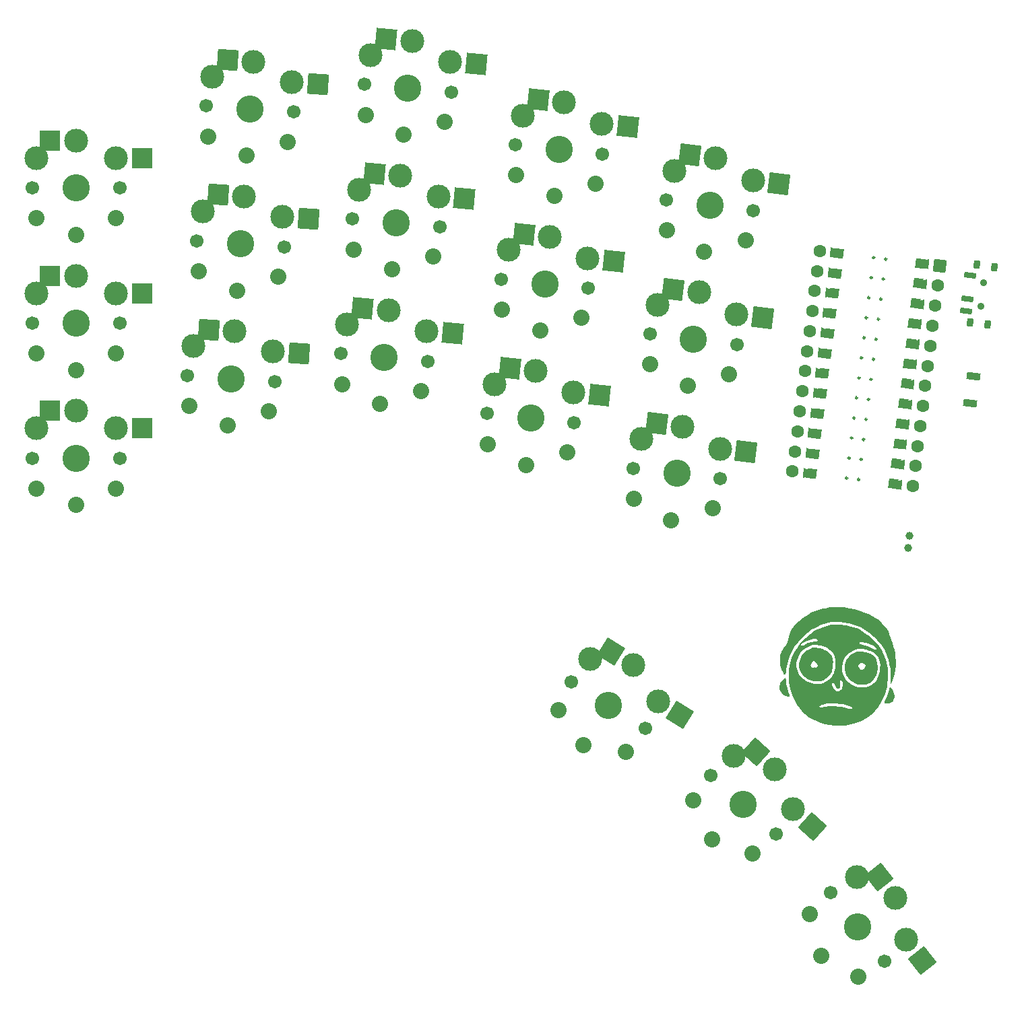
<source format=gbr>
%TF.GenerationSoftware,KiCad,Pcbnew,(6.0.10)*%
%TF.CreationDate,2022-12-29T01:24:59+02:00*%
%TF.ProjectId,fudim,66756469-6d2e-46b6-9963-61645f706362,v1.0.0*%
%TF.SameCoordinates,Original*%
%TF.FileFunction,Soldermask,Bot*%
%TF.FilePolarity,Negative*%
%FSLAX46Y46*%
G04 Gerber Fmt 4.6, Leading zero omitted, Abs format (unit mm)*
G04 Created by KiCad (PCBNEW (6.0.10)) date 2022-12-29 01:24:59*
%MOMM*%
%LPD*%
G01*
G04 APERTURE LIST*
G04 Aperture macros list*
%AMRotRect*
0 Rectangle, with rotation*
0 The origin of the aperture is its center*
0 $1 length*
0 $2 width*
0 $3 Rotation angle, in degrees counterclockwise*
0 Add horizontal line*
21,1,$1,$2,0,0,$3*%
%AMFreePoly0*
4,1,6,0.600000,0.200000,0.000000,-0.400000,-0.600000,0.200000,-0.600000,0.400000,0.600000,0.400000,0.600000,0.200000,0.600000,0.200000,$1*%
%AMFreePoly1*
4,1,6,0.600000,-0.250000,-0.600000,-0.250000,-0.600000,1.000000,0.000000,0.400000,0.600000,1.000000,0.600000,-0.250000,0.600000,-0.250000,$1*%
G04 Aperture macros list end*
%ADD10C,0.250000*%
%ADD11C,0.100000*%
%ADD12C,1.000000*%
%ADD13C,1.701800*%
%ADD14C,3.429000*%
%ADD15C,3.000000*%
%ADD16RotRect,2.600000X2.600000X318.000000*%
%ADD17C,2.032000*%
%ADD18RotRect,2.600000X2.600000X308.000000*%
%ADD19FreePoly0,263.000000*%
%ADD20FreePoly0,83.000000*%
%ADD21C,1.600000*%
%ADD22RotRect,1.600000X1.600000X263.000000*%
%ADD23FreePoly1,83.000000*%
%ADD24FreePoly1,263.000000*%
%ADD25RotRect,2.600000X2.600000X353.000000*%
%ADD26RotRect,2.600000X2.600000X354.000000*%
%ADD27RotRect,0.900000X1.700000X263.000000*%
%ADD28R,2.600000X2.600000*%
%ADD29RotRect,2.600000X2.600000X356.000000*%
%ADD30RotRect,2.600000X2.600000X355.000000*%
%ADD31RotRect,1.000000X0.800000X83.000000*%
%ADD32C,0.900000*%
%ADD33RotRect,0.700000X1.500000X83.000000*%
%ADD34RotRect,2.600000X2.600000X328.000000*%
G04 APERTURE END LIST*
D10*
%TO.C,MCU1*%
X117439257Y17668252D02*
G75*
G03*
X117439257Y17668252I-125001J0D01*
G01*
X119570993Y22524657D02*
G75*
G03*
X119570993Y22524657I-125000J0D01*
G01*
X116820160Y12626117D02*
G75*
G03*
X116820160Y12626117I-125000J0D01*
G01*
X117748805Y20189319D02*
G75*
G03*
X117748805Y20189319I-125001J0D01*
G01*
X115272419Y20781D02*
G75*
G03*
X115272419Y20781I-125000J0D01*
G01*
X115581967Y2541848D02*
G75*
G03*
X115581967Y2541848I-125000J0D01*
G01*
X115891516Y5062915D02*
G75*
G03*
X115891516Y5062915I-125000J0D01*
G01*
X118023252Y9919321D02*
G75*
G03*
X118023252Y9919321I-125000J0D01*
G01*
X114962872Y-2500286D02*
G75*
G03*
X114962872Y-2500286I-125001J0D01*
G01*
X118642348Y14961455D02*
G75*
G03*
X118642348Y14961455I-125000J0D01*
G01*
X116201065Y7583983D02*
G75*
G03*
X116201065Y7583983I-125001J0D01*
G01*
X119880541Y25045724D02*
G75*
G03*
X119880541Y25045724I-125000J0D01*
G01*
X116510612Y10105050D02*
G75*
G03*
X116510612Y10105050I-125000J0D01*
G01*
X116475511Y-2686015D02*
G75*
G03*
X116475511Y-2686015I-125000J0D01*
G01*
X118058352Y22710386D02*
G75*
G03*
X118058352Y22710386I-125000J0D01*
G01*
X119261445Y20003590D02*
G75*
G03*
X119261445Y20003590I-125000J0D01*
G01*
X116785060Y-164948D02*
G75*
G03*
X116785060Y-164948I-125000J0D01*
G01*
X117094608Y2356119D02*
G75*
G03*
X117094608Y2356119I-125000J0D01*
G01*
X118951897Y17482523D02*
G75*
G03*
X118951897Y17482523I-125001J0D01*
G01*
X117129708Y15147184D02*
G75*
G03*
X117129708Y15147184I-125000J0D01*
G01*
X117404156Y4877186D02*
G75*
G03*
X117404156Y4877186I-125000J0D01*
G01*
X118367901Y25231453D02*
G75*
G03*
X118367901Y25231453I-125000J0D01*
G01*
X118332800Y12440388D02*
G75*
G03*
X118332800Y12440388I-125000J0D01*
G01*
X117713705Y7398254D02*
G75*
G03*
X117713705Y7398254I-125001J0D01*
G01*
G36*
X123563951Y12294551D02*
G01*
X123440132Y11286124D01*
X122431705Y11409943D01*
X122555524Y12418370D01*
X123563951Y12294551D01*
G37*
D11*
X123563951Y12294551D02*
X123440132Y11286124D01*
X122431705Y11409943D01*
X122555524Y12418370D01*
X123563951Y12294551D01*
G36*
X122016210Y-310786D02*
G01*
X121892391Y-1319212D01*
X120883964Y-1195393D01*
X121007783Y-186966D01*
X122016210Y-310786D01*
G37*
X122016210Y-310786D02*
X121892391Y-1319212D01*
X120883964Y-1195393D01*
X121007783Y-186966D01*
X122016210Y-310786D01*
G36*
X110613966Y-1469841D02*
G01*
X110490147Y-2478268D01*
X109481720Y-2354449D01*
X109605540Y-1346022D01*
X110613966Y-1469841D01*
G37*
X110613966Y-1469841D02*
X110490147Y-2478268D01*
X109481720Y-2354449D01*
X109605540Y-1346022D01*
X110613966Y-1469841D01*
G36*
X124492595Y19857752D02*
G01*
X124368776Y18849325D01*
X123360349Y18973145D01*
X123484169Y19981571D01*
X124492595Y19857752D01*
G37*
X124492595Y19857752D02*
X124368776Y18849325D01*
X123360349Y18973145D01*
X123484169Y19981571D01*
X124492595Y19857752D01*
G36*
X111542611Y6093361D02*
G01*
X111418792Y5084934D01*
X110410365Y5208753D01*
X110534184Y6217180D01*
X111542611Y6093361D01*
G37*
X111542611Y6093361D02*
X111418792Y5084934D01*
X110410365Y5208753D01*
X110534184Y6217180D01*
X111542611Y6093361D01*
G36*
X123254403Y9773483D02*
G01*
X123130584Y8765056D01*
X122122157Y8888876D01*
X122245976Y9897303D01*
X123254403Y9773483D01*
G37*
X123254403Y9773483D02*
X123130584Y8765056D01*
X122122157Y8888876D01*
X122245976Y9897303D01*
X123254403Y9773483D01*
G36*
X122325759Y2210282D02*
G01*
X122201939Y1201855D01*
X121193512Y1325674D01*
X121317332Y2334101D01*
X122325759Y2210282D01*
G37*
X122325759Y2210282D02*
X122201939Y1201855D01*
X121193512Y1325674D01*
X121317332Y2334101D01*
X122325759Y2210282D01*
G36*
X122944855Y7252416D02*
G01*
X122821036Y6243989D01*
X121812609Y6367808D01*
X121936428Y7376235D01*
X122944855Y7252416D01*
G37*
X122944855Y7252416D02*
X122821036Y6243989D01*
X121812609Y6367808D01*
X121936428Y7376235D01*
X122944855Y7252416D01*
G36*
X111852159Y8614428D02*
G01*
X111728340Y7606001D01*
X110719913Y7729820D01*
X110843732Y8738247D01*
X111852159Y8614428D01*
G37*
X111852159Y8614428D02*
X111728340Y7606001D01*
X110719913Y7729820D01*
X110843732Y8738247D01*
X111852159Y8614428D01*
G36*
X111233063Y3572293D02*
G01*
X111109243Y2563867D01*
X110100817Y2687686D01*
X110224636Y3696113D01*
X111233063Y3572293D01*
G37*
X111233063Y3572293D02*
X111109243Y2563867D01*
X110100817Y2687686D01*
X110224636Y3696113D01*
X111233063Y3572293D01*
G36*
X124183047Y17336685D02*
G01*
X124059228Y16328258D01*
X123050801Y16452077D01*
X123174620Y17460504D01*
X124183047Y17336685D01*
G37*
X124183047Y17336685D02*
X124059228Y16328258D01*
X123050801Y16452077D01*
X123174620Y17460504D01*
X124183047Y17336685D01*
G36*
X113090352Y18698697D02*
G01*
X112966532Y17690270D01*
X111958105Y17814089D01*
X112081925Y18822516D01*
X113090352Y18698697D01*
G37*
X113090352Y18698697D02*
X112966532Y17690270D01*
X111958105Y17814089D01*
X112081925Y18822516D01*
X113090352Y18698697D01*
G36*
X113399900Y21219764D02*
G01*
X113276080Y20211337D01*
X112267653Y20335156D01*
X112391473Y21343583D01*
X113399900Y21219764D01*
G37*
X113399900Y21219764D02*
X113276080Y20211337D01*
X112267653Y20335156D01*
X112391473Y21343583D01*
X113399900Y21219764D01*
G36*
X114018996Y26261898D02*
G01*
X113895177Y25253472D01*
X112886750Y25377291D01*
X113010569Y26385718D01*
X114018996Y26261898D01*
G37*
X114018996Y26261898D02*
X113895177Y25253472D01*
X112886750Y25377291D01*
X113010569Y26385718D01*
X114018996Y26261898D01*
G36*
X113709448Y23740831D02*
G01*
X113585629Y22732404D01*
X112577202Y22856224D01*
X112701021Y23864650D01*
X113709448Y23740831D01*
G37*
X113709448Y23740831D02*
X113585629Y22732404D01*
X112577202Y22856224D01*
X112701021Y23864650D01*
X113709448Y23740831D01*
G36*
X123873499Y14815618D02*
G01*
X123749680Y13807191D01*
X122741253Y13931010D01*
X122865072Y14939437D01*
X123873499Y14815618D01*
G37*
X123873499Y14815618D02*
X123749680Y13807191D01*
X122741253Y13931010D01*
X122865072Y14939437D01*
X123873499Y14815618D01*
G36*
X121706662Y-2831853D02*
G01*
X121582843Y-3840280D01*
X120574416Y-3716460D01*
X120698235Y-2708034D01*
X121706662Y-2831853D01*
G37*
X121706662Y-2831853D02*
X121582843Y-3840280D01*
X120574416Y-3716460D01*
X120698235Y-2708034D01*
X121706662Y-2831853D01*
G36*
X110923515Y1051226D02*
G01*
X110799695Y42799D01*
X109791268Y166619D01*
X109915088Y1175045D01*
X110923515Y1051226D01*
G37*
X110923515Y1051226D02*
X110799695Y42799D01*
X109791268Y166619D01*
X109915088Y1175045D01*
X110923515Y1051226D01*
G36*
X124802144Y22378819D02*
G01*
X124678324Y21370393D01*
X123669897Y21494212D01*
X123793717Y22502639D01*
X124802144Y22378819D01*
G37*
X124802144Y22378819D02*
X124678324Y21370393D01*
X123669897Y21494212D01*
X123793717Y22502639D01*
X124802144Y22378819D01*
G36*
X122635307Y4731349D02*
G01*
X122511487Y3722922D01*
X121503060Y3846741D01*
X121626880Y4855168D01*
X122635307Y4731349D01*
G37*
X122635307Y4731349D02*
X122511487Y3722922D01*
X121503060Y3846741D01*
X121626880Y4855168D01*
X122635307Y4731349D01*
G36*
X112780803Y16177630D02*
G01*
X112656984Y15169203D01*
X111648557Y15293022D01*
X111772376Y16301449D01*
X112780803Y16177630D01*
G37*
X112780803Y16177630D02*
X112656984Y15169203D01*
X111648557Y15293022D01*
X111772376Y16301449D01*
X112780803Y16177630D01*
G36*
X112471255Y13656562D02*
G01*
X112347436Y12648135D01*
X111339009Y12771955D01*
X111462828Y13780382D01*
X112471255Y13656562D01*
G37*
X112471255Y13656562D02*
X112347436Y12648135D01*
X111339009Y12771955D01*
X111462828Y13780382D01*
X112471255Y13656562D01*
G36*
X112161707Y11135495D02*
G01*
X112037888Y10127068D01*
X111029461Y10250887D01*
X111153280Y11259314D01*
X112161707Y11135495D01*
G37*
X112161707Y11135495D02*
X112037888Y10127068D01*
X111029461Y10250887D01*
X111153280Y11259314D01*
X112161707Y11135495D01*
G36*
X125111692Y24899887D02*
G01*
X124987872Y23891460D01*
X123979446Y24015279D01*
X124103265Y25023706D01*
X125111692Y24899887D01*
G37*
X125111692Y24899887D02*
X124987872Y23891460D01*
X123979446Y24015279D01*
X124103265Y25023706D01*
X125111692Y24899887D01*
%TO.C,*%
G36*
X108981824Y-25345282D02*
G01*
X109084114Y-25066045D01*
X109229069Y-24770914D01*
X109400927Y-24530402D01*
X109616057Y-24327779D01*
X109890827Y-24146314D01*
X110083955Y-24044176D01*
X110524197Y-23826196D01*
X110995320Y-23847226D01*
X111314112Y-23872115D01*
X111587320Y-23921280D01*
X111842762Y-24003451D01*
X112108258Y-24127355D01*
X112377338Y-24280885D01*
X112554036Y-24391344D01*
X112675513Y-24480322D01*
X112761979Y-24566935D01*
X112833648Y-24670297D01*
X112884651Y-24760656D01*
X112968801Y-24945424D01*
X113045051Y-25161621D01*
X113087524Y-25321980D01*
X113112888Y-25458148D01*
X113126151Y-25583606D01*
X113127090Y-25720120D01*
X113115481Y-25889449D01*
X113091105Y-26113358D01*
X113078364Y-26217951D01*
X113048213Y-26455062D01*
X113022191Y-26627588D01*
X112994320Y-26756014D01*
X112958620Y-26860821D01*
X112909112Y-26962493D01*
X112839817Y-27081515D01*
X112813709Y-27124599D01*
X112561162Y-27465418D01*
X112264269Y-27735011D01*
X111929344Y-27931236D01*
X111562701Y-28051947D01*
X111170652Y-28095003D01*
X110759511Y-28058259D01*
X110372973Y-27953260D01*
X109936849Y-27760820D01*
X109572562Y-27523307D01*
X109281653Y-27244177D01*
X109065669Y-26926890D01*
X108926151Y-26574899D01*
X108864642Y-26191664D01*
X108873433Y-25991403D01*
X110329183Y-25991403D01*
X110349990Y-26098524D01*
X110405875Y-26214885D01*
X110483775Y-26315137D01*
X110570625Y-26373930D01*
X110593875Y-26379402D01*
X110656359Y-26367108D01*
X110726227Y-26340965D01*
X110847768Y-26314549D01*
X110929664Y-26317776D01*
X111046217Y-26313483D01*
X111118686Y-26286852D01*
X111175248Y-26207507D01*
X111188762Y-26084532D01*
X111161664Y-25946891D01*
X111096387Y-25823553D01*
X111077946Y-25802063D01*
X110986689Y-25705138D01*
X110880871Y-25592811D01*
X110865414Y-25576410D01*
X110774915Y-25493874D01*
X110705486Y-25471260D01*
X110658759Y-25483419D01*
X110540143Y-25566354D01*
X110449917Y-25685790D01*
X110417251Y-25785770D01*
X110386725Y-25880098D01*
X110356520Y-25918869D01*
X110329183Y-25991403D01*
X108873433Y-25991403D01*
X108879002Y-25864529D01*
X108882685Y-25780640D01*
X108981824Y-25345282D01*
G37*
G36*
X107222558Y-27965685D02*
G01*
X107280600Y-28412458D01*
X107370483Y-28875745D01*
X107484099Y-29317910D01*
X107573333Y-29594483D01*
X107627512Y-29751426D01*
X107667544Y-29877520D01*
X107686638Y-29951021D01*
X107687308Y-29959177D01*
X107647299Y-29981726D01*
X107548643Y-29981175D01*
X107414154Y-29960942D01*
X107266647Y-29924444D01*
X107130438Y-29875754D01*
X106853629Y-29715529D01*
X106636198Y-29505937D01*
X106484949Y-29257468D01*
X106406690Y-28980608D01*
X106400730Y-28751284D01*
X106453126Y-28430219D01*
X106557991Y-28162993D01*
X106725825Y-27928760D01*
X106898939Y-27762545D01*
X107181550Y-27522558D01*
X107222558Y-27965685D01*
G37*
G36*
X120321728Y-28798654D02*
G01*
X120406801Y-28854794D01*
X120470047Y-28904497D01*
X120612418Y-29069318D01*
X120728999Y-29293177D01*
X120813593Y-29551719D01*
X120860002Y-29820584D01*
X120862026Y-30075415D01*
X120819270Y-30276771D01*
X120696896Y-30492779D01*
X120513700Y-30668563D01*
X120291550Y-30785314D01*
X120198227Y-30810958D01*
X120018036Y-30834599D01*
X119832089Y-30837991D01*
X119672132Y-30821960D01*
X119582617Y-30794898D01*
X119574191Y-30747030D01*
X119607967Y-30631832D01*
X119684799Y-30446628D01*
X119713792Y-30382629D01*
X119916145Y-29905155D01*
X120083419Y-29434812D01*
X120187066Y-29073917D01*
X120225175Y-28932667D01*
X120258463Y-28828166D01*
X120278292Y-28785284D01*
X120321728Y-28798654D01*
G37*
G36*
X113946466Y-18722086D02*
G01*
X114551542Y-18772664D01*
X115182946Y-18874628D01*
X115855562Y-19029033D01*
X116349481Y-19166112D01*
X116828321Y-19322148D01*
X117305938Y-19505913D01*
X117767068Y-19709964D01*
X118196445Y-19926857D01*
X118578803Y-20149148D01*
X118898877Y-20369398D01*
X119022723Y-20469463D01*
X119141607Y-20582046D01*
X119295529Y-20742787D01*
X119466718Y-20932388D01*
X119637406Y-21131553D01*
X119680892Y-21184210D01*
X119840260Y-21380507D01*
X119955569Y-21530051D01*
X120037635Y-21651867D01*
X120097278Y-21764981D01*
X120145317Y-21888420D01*
X120192569Y-22041208D01*
X120217293Y-22127545D01*
X120286419Y-22354522D01*
X120366360Y-22591805D01*
X120444148Y-22801727D01*
X120476689Y-22881182D01*
X120547105Y-23067048D01*
X120604438Y-23257955D01*
X120636651Y-23413635D01*
X120637200Y-23418153D01*
X120668982Y-23573840D01*
X120726737Y-23764086D01*
X120795835Y-23942586D01*
X120849532Y-24075079D01*
X120891091Y-24208470D01*
X120924281Y-24361762D01*
X120952869Y-24553959D01*
X120980622Y-24804063D01*
X120993966Y-24941876D01*
X121028655Y-25533336D01*
X121022277Y-26112655D01*
X120976117Y-26662167D01*
X120891460Y-27164207D01*
X120809338Y-27480036D01*
X120729172Y-27723824D01*
X120644121Y-27952237D01*
X120560439Y-28151116D01*
X120484377Y-28306310D01*
X120422186Y-28403662D01*
X120389821Y-28429921D01*
X120372741Y-28393334D01*
X120364222Y-28277186D01*
X120364422Y-28087169D01*
X120373493Y-27828980D01*
X120380730Y-27156676D01*
X120334593Y-26527971D01*
X120231747Y-25916926D01*
X120068861Y-25297608D01*
X120033709Y-25185745D01*
X119823975Y-24626028D01*
X119563670Y-24085146D01*
X119263041Y-23580778D01*
X118932334Y-23130607D01*
X118678094Y-22846646D01*
X118484017Y-22661155D01*
X118238263Y-22444181D01*
X117960478Y-22211686D01*
X117670312Y-21979634D01*
X117387412Y-21763989D01*
X117131426Y-21580714D01*
X117063798Y-21535081D01*
X116656272Y-21299060D01*
X116191303Y-21088588D01*
X115695812Y-20914335D01*
X115196723Y-20786970D01*
X115154984Y-20778645D01*
X114538265Y-20674230D01*
X113979595Y-20615133D01*
X113463806Y-20602195D01*
X112975735Y-20636256D01*
X112500215Y-20718156D01*
X112022080Y-20848736D01*
X111672338Y-20971596D01*
X111064397Y-21238508D01*
X110493800Y-21565243D01*
X109938955Y-21964246D01*
X109909307Y-21987862D01*
X109460662Y-22366309D01*
X109077521Y-22734378D01*
X108744374Y-23109525D01*
X108445707Y-23509205D01*
X108168446Y-23946725D01*
X107835642Y-24574242D01*
X107579539Y-25200853D01*
X107393549Y-25845685D01*
X107271083Y-26527868D01*
X107266110Y-26566450D01*
X107233786Y-26812604D01*
X107207090Y-26986979D01*
X107182764Y-27103002D01*
X107157545Y-27174095D01*
X107128176Y-27213685D01*
X107105236Y-27228925D01*
X107051981Y-27243423D01*
X107003850Y-27215070D01*
X106943972Y-27129955D01*
X106905923Y-27064533D01*
X106797873Y-26845664D01*
X106687742Y-26574993D01*
X106587199Y-26285272D01*
X106507918Y-26009254D01*
X106472477Y-25848148D01*
X106443793Y-25537073D01*
X106458107Y-25158510D01*
X106459982Y-25137609D01*
X106484169Y-24917288D01*
X106515746Y-24746573D01*
X106564264Y-24589435D01*
X106639273Y-24409840D01*
X106671614Y-24339188D01*
X106788708Y-24097666D01*
X106891407Y-23915129D01*
X106993773Y-23769756D01*
X107109863Y-23639732D01*
X107144625Y-23605166D01*
X107265014Y-23469898D01*
X107354502Y-23320612D01*
X107423176Y-23134899D01*
X107481125Y-22890357D01*
X107492160Y-22833248D01*
X107578250Y-22463944D01*
X107695180Y-22089333D01*
X107831200Y-21744458D01*
X107916524Y-21567456D01*
X108150440Y-21197346D01*
X108454182Y-20834183D01*
X108812359Y-20493641D01*
X109209579Y-20191392D01*
X109367709Y-20089746D01*
X109568507Y-19962541D01*
X109787049Y-19817006D01*
X109980867Y-19681521D01*
X110007068Y-19662436D01*
X110360238Y-19440568D01*
X110779770Y-19245862D01*
X111270459Y-19076535D01*
X111837098Y-18930801D01*
X112140379Y-18868144D01*
X112755769Y-18770881D01*
X113352837Y-18721844D01*
X113946466Y-18722086D01*
G37*
G36*
X108096912Y-30022313D02*
G01*
X107849641Y-29361103D01*
X107666963Y-28669445D01*
X107569599Y-28093967D01*
X107550055Y-27832932D01*
X107547201Y-27512139D01*
X107559406Y-27155514D01*
X107585038Y-26786983D01*
X107622468Y-26430472D01*
X107651544Y-26234639D01*
X108537483Y-26234639D01*
X108554337Y-26417257D01*
X108652639Y-26807783D01*
X108830070Y-27170512D01*
X109083577Y-27501813D01*
X109410103Y-27798058D01*
X109806592Y-28055618D01*
X110028538Y-28168023D01*
X110440940Y-28327720D01*
X110837219Y-28412074D01*
X111235496Y-28424267D01*
X111402694Y-28409255D01*
X111569256Y-28371560D01*
X112994553Y-28371560D01*
X113017530Y-28523870D01*
X113052867Y-28624135D01*
X113176164Y-28878876D01*
X113317693Y-29082624D01*
X113465820Y-29218922D01*
X113479578Y-29227622D01*
X113608628Y-29293468D01*
X113724202Y-29313445D01*
X113863803Y-29291038D01*
X113937412Y-29270192D01*
X114109660Y-29189016D01*
X114229311Y-29059575D01*
X114303507Y-28870922D01*
X114335868Y-28659365D01*
X114343958Y-28395584D01*
X114321473Y-28180458D01*
X114271256Y-28022466D01*
X114196149Y-27930083D01*
X114098994Y-27911784D01*
X114086197Y-27914909D01*
X114014570Y-27958637D01*
X113986322Y-28045627D01*
X113998089Y-28190795D01*
X114009957Y-28252941D01*
X114026550Y-28419510D01*
X114017523Y-28603339D01*
X113987031Y-28774684D01*
X113939230Y-28903803D01*
X113914077Y-28939264D01*
X113822761Y-28979598D01*
X113703199Y-28959909D01*
X113583089Y-28885054D01*
X113577995Y-28880354D01*
X113510695Y-28793462D01*
X113431489Y-28657210D01*
X113363820Y-28515158D01*
X113297836Y-28369285D01*
X113246264Y-28287005D01*
X113194544Y-28251293D01*
X113132776Y-28244973D01*
X113032990Y-28278492D01*
X112994553Y-28371560D01*
X111569256Y-28371560D01*
X111805173Y-28318169D01*
X111901765Y-28275953D01*
X112190739Y-28149656D01*
X112545856Y-27911887D01*
X112856997Y-27613033D01*
X112983632Y-27454559D01*
X113116675Y-27259558D01*
X113217389Y-27075368D01*
X113292063Y-26882302D01*
X113346987Y-26660673D01*
X113388451Y-26390792D01*
X113401609Y-26263327D01*
X114272650Y-26263327D01*
X114285151Y-26685261D01*
X114365021Y-27097088D01*
X114512627Y-27486168D01*
X114728332Y-27839862D01*
X114796646Y-27925695D01*
X115085738Y-28210015D01*
X115430284Y-28450381D01*
X115813411Y-28640343D01*
X116218244Y-28773453D01*
X116627912Y-28843262D01*
X117025537Y-28843321D01*
X117153748Y-28826516D01*
X117555230Y-28716620D01*
X117926907Y-28529765D01*
X118260127Y-28272006D01*
X118546239Y-27949397D01*
X118668460Y-27766435D01*
X118790675Y-27549738D01*
X118881269Y-27347901D01*
X118946936Y-27137826D01*
X118994370Y-26896415D01*
X119030265Y-26600570D01*
X119041357Y-26479699D01*
X119058469Y-26058485D01*
X119028617Y-25692194D01*
X118948044Y-25361781D01*
X118812994Y-25048196D01*
X118730165Y-24902083D01*
X118599592Y-24732239D01*
X118417450Y-24574004D01*
X118173732Y-24420415D01*
X117858428Y-24264508D01*
X117737618Y-24211644D01*
X117515890Y-24123480D01*
X117327875Y-24067155D01*
X117132762Y-24032268D01*
X116964094Y-24014507D01*
X116661263Y-23993684D01*
X116417251Y-23993312D01*
X116206729Y-24017769D01*
X116004370Y-24071436D01*
X115784847Y-24158693D01*
X115585346Y-24252920D01*
X115350900Y-24373635D01*
X115174874Y-24479129D01*
X115035472Y-24584251D01*
X114910900Y-24703849D01*
X114889047Y-24727322D01*
X114635719Y-25063285D01*
X114448300Y-25439700D01*
X114327156Y-25843926D01*
X114272650Y-26263327D01*
X113401609Y-26263327D01*
X113409405Y-26187803D01*
X113419453Y-26090458D01*
X113440914Y-25841497D01*
X113453248Y-25657687D01*
X113455409Y-25518891D01*
X113446349Y-25404975D01*
X113425021Y-25295805D01*
X113390375Y-25171246D01*
X113367765Y-25097013D01*
X113299357Y-24900483D01*
X113218293Y-24705397D01*
X113140454Y-24549493D01*
X113129477Y-24530896D01*
X112974112Y-24337119D01*
X112745949Y-24139077D01*
X112456853Y-23945588D01*
X112118685Y-23765471D01*
X112067830Y-23741699D01*
X111916844Y-23674303D01*
X111791144Y-23626027D01*
X111668323Y-23591770D01*
X111525973Y-23566433D01*
X111341689Y-23544913D01*
X111109631Y-23523558D01*
X110512251Y-23471294D01*
X110023946Y-23707331D01*
X109680082Y-23889606D01*
X109405455Y-24076611D01*
X109184471Y-24285009D01*
X109001539Y-24531461D01*
X108841064Y-24832632D01*
X108733015Y-25086773D01*
X108615987Y-25462332D01*
X108549433Y-25855205D01*
X108537483Y-26234639D01*
X107651544Y-26234639D01*
X107670063Y-26109907D01*
X107721434Y-25867263D01*
X107747447Y-25785040D01*
X107954450Y-25130730D01*
X108261574Y-24436927D01*
X108642461Y-23786506D01*
X108888670Y-23457879D01*
X109119126Y-23457879D01*
X109125971Y-23521997D01*
X109176067Y-23582115D01*
X109278550Y-23587276D01*
X109436811Y-23536728D01*
X109654244Y-23429714D01*
X109729290Y-23387760D01*
X109945883Y-23268879D01*
X109974363Y-23255835D01*
X116462220Y-23255835D01*
X116478210Y-23322957D01*
X116521249Y-23369125D01*
X116617596Y-23416047D01*
X116778901Y-23468520D01*
X116932704Y-23510094D01*
X117121741Y-23557161D01*
X117288493Y-23595834D01*
X117409761Y-23620878D01*
X117451377Y-23627212D01*
X117527640Y-23650286D01*
X117659251Y-23706040D01*
X117826601Y-23785674D01*
X117980746Y-23864742D01*
X118201414Y-23977943D01*
X118361901Y-24049276D01*
X118474961Y-24081816D01*
X118553345Y-24078631D01*
X118609809Y-24042793D01*
X118628559Y-24020739D01*
X118651135Y-23954519D01*
X118616956Y-23881390D01*
X118519802Y-23795627D01*
X118353450Y-23691507D01*
X118155652Y-23585653D01*
X117988925Y-23509604D01*
X117779191Y-23427697D01*
X117543801Y-23345196D01*
X117300103Y-23267369D01*
X117065444Y-23199481D01*
X116857177Y-23146798D01*
X116692647Y-23114584D01*
X116589207Y-23108106D01*
X116584500Y-23108787D01*
X116492353Y-23159794D01*
X116462220Y-23255835D01*
X109974363Y-23255835D01*
X110121916Y-23188254D01*
X110288074Y-23136568D01*
X110475039Y-23104503D01*
X110713495Y-23082742D01*
X110739892Y-23080875D01*
X110942587Y-23061662D01*
X111074100Y-23034036D01*
X111148877Y-22992232D01*
X111181362Y-22930479D01*
X111185423Y-22902985D01*
X111169097Y-22818532D01*
X111128383Y-22789185D01*
X111097066Y-22766611D01*
X110961376Y-22744955D01*
X110754077Y-22751297D01*
X110677671Y-22758226D01*
X110376279Y-22797293D01*
X110126636Y-22853667D01*
X109895064Y-22938200D01*
X109647892Y-23061746D01*
X109532107Y-23127426D01*
X109341205Y-23241957D01*
X109215930Y-23328226D01*
X109145498Y-23396708D01*
X109119126Y-23457879D01*
X108888670Y-23457879D01*
X108902846Y-23438957D01*
X109096769Y-23180118D01*
X109207730Y-23051334D01*
X109409876Y-22841841D01*
X109665403Y-22606288D01*
X109953575Y-22361568D01*
X110253653Y-22124579D01*
X110544903Y-21912216D01*
X110806589Y-21741377D01*
X110839153Y-21722046D01*
X111113298Y-21575291D01*
X111433441Y-21425696D01*
X111772333Y-21284394D01*
X112102735Y-21162521D01*
X112397397Y-21071213D01*
X112487078Y-21048529D01*
X113001867Y-20955365D01*
X113520670Y-20918422D01*
X114061407Y-20937759D01*
X114641999Y-21013433D01*
X114872725Y-21056162D01*
X115328248Y-21156430D01*
X115735320Y-21269835D01*
X116108611Y-21403905D01*
X116462793Y-21566168D01*
X116812535Y-21764150D01*
X117172508Y-22005378D01*
X117557383Y-22297380D01*
X117981829Y-22647682D01*
X117992793Y-22657014D01*
X118479235Y-23117442D01*
X118894617Y-23612325D01*
X119243741Y-24149560D01*
X119531408Y-24737044D01*
X119762417Y-25382674D01*
X119856431Y-25722839D01*
X119941287Y-26084100D01*
X120000996Y-26407236D01*
X120037169Y-26715294D01*
X120051422Y-27031324D01*
X120045366Y-27378378D01*
X120020614Y-27779504D01*
X120009775Y-27913939D01*
X119967940Y-28347023D01*
X119918441Y-28715969D01*
X119856342Y-29042259D01*
X119776709Y-29347379D01*
X119674607Y-29652811D01*
X119545102Y-29980040D01*
X119523396Y-30031417D01*
X119204931Y-30675208D01*
X118822328Y-31264343D01*
X118379623Y-31796037D01*
X117880855Y-32267508D01*
X117330061Y-32675972D01*
X116731278Y-33018642D01*
X116088544Y-33292737D01*
X115405897Y-33495472D01*
X114687374Y-33624063D01*
X114255945Y-33663565D01*
X114052718Y-33666425D01*
X113787469Y-33656503D01*
X113482540Y-33635933D01*
X113160267Y-33606854D01*
X112842987Y-33571398D01*
X112553039Y-33531703D01*
X112312761Y-33489903D01*
X112217393Y-33468676D01*
X111826553Y-33357683D01*
X111419038Y-33216886D01*
X111016787Y-33055478D01*
X110641746Y-32882648D01*
X110315856Y-32707590D01*
X110147840Y-32601781D01*
X109643746Y-32208465D01*
X109182196Y-31746151D01*
X108770782Y-31226566D01*
X111432012Y-31226566D01*
X111446835Y-31281219D01*
X111483746Y-31332746D01*
X111548533Y-31355751D01*
X111656928Y-31350789D01*
X111824658Y-31318415D01*
X111912869Y-31297678D01*
X112213508Y-31234811D01*
X112507187Y-31196414D01*
X112819760Y-31180697D01*
X113177077Y-31185872D01*
X113383658Y-31195910D01*
X113779644Y-31228335D01*
X114173767Y-31278536D01*
X114546175Y-31342974D01*
X114877017Y-31418106D01*
X115146445Y-31500395D01*
X115195331Y-31519037D01*
X115359295Y-31561853D01*
X115471728Y-31540230D01*
X115529446Y-31455118D01*
X115535610Y-31417439D01*
X115501007Y-31339108D01*
X115389806Y-31258296D01*
X115210927Y-31177502D01*
X114973294Y-31099225D01*
X114685826Y-31025964D01*
X114357448Y-30960219D01*
X113997080Y-30904486D01*
X113613644Y-30861267D01*
X113521134Y-30853196D01*
X113305874Y-30838782D01*
X113100587Y-30830807D01*
X112933414Y-30830081D01*
X112856358Y-30834090D01*
X112439352Y-30879797D01*
X112102574Y-30926087D01*
X111840593Y-30974681D01*
X111647977Y-31027304D01*
X111519295Y-31085677D01*
X111449118Y-31151523D01*
X111432012Y-31226566D01*
X108770782Y-31226566D01*
X108767600Y-31222547D01*
X108615031Y-30980112D01*
X108404369Y-30645364D01*
X108096912Y-30022313D01*
G37*
G36*
X114760532Y-25548499D02*
G01*
X114901789Y-25237329D01*
X115082616Y-24983470D01*
X115312576Y-24773982D01*
X115601230Y-24595927D01*
X115655166Y-24568669D01*
X115817611Y-24486205D01*
X115950808Y-24413981D01*
X116035840Y-24362488D01*
X116055079Y-24346979D01*
X116108962Y-24333592D01*
X116232989Y-24327389D01*
X116411920Y-24328563D01*
X116630518Y-24337306D01*
X116666074Y-24339299D01*
X116915593Y-24355694D01*
X117102124Y-24373996D01*
X117248322Y-24398195D01*
X117376838Y-24432279D01*
X117510327Y-24480237D01*
X117545233Y-24494098D01*
X117801088Y-24608870D01*
X118039068Y-24737713D01*
X118242674Y-24870058D01*
X118395413Y-24995337D01*
X118473052Y-25088587D01*
X118612003Y-25399515D01*
X118700070Y-25759810D01*
X118737647Y-26150211D01*
X118725124Y-26551459D01*
X118662895Y-26944292D01*
X118551353Y-27309453D01*
X118422389Y-27576387D01*
X118234950Y-27832430D01*
X117992061Y-28072305D01*
X117719387Y-28274150D01*
X117442594Y-28416104D01*
X117431702Y-28420264D01*
X117295736Y-28466714D01*
X117172852Y-28493819D01*
X117035871Y-28504361D01*
X116857611Y-28501120D01*
X116715850Y-28493493D01*
X116452605Y-28471323D01*
X116246978Y-28437931D01*
X116071145Y-28388286D01*
X116011579Y-28366174D01*
X115600942Y-28171093D01*
X115264683Y-27935559D01*
X114999729Y-27655732D01*
X114803006Y-27327765D01*
X114671441Y-26947813D01*
X114612419Y-26615835D01*
X114593352Y-26409158D01*
X114594266Y-26243458D01*
X114603931Y-26173647D01*
X116334548Y-26173647D01*
X116375522Y-26285812D01*
X116453790Y-26410702D01*
X116549086Y-26522924D01*
X116641147Y-26597081D01*
X116684850Y-26612625D01*
X116776343Y-26597160D01*
X116898443Y-26549071D01*
X116940891Y-26527015D01*
X117074147Y-26418869D01*
X117167525Y-26277958D01*
X117208574Y-26129703D01*
X117191935Y-26014288D01*
X117120995Y-25934739D01*
X116994853Y-25859676D01*
X116843654Y-25800948D01*
X116697545Y-25770404D01*
X116591239Y-25778171D01*
X116478027Y-25853189D01*
X116385736Y-25973645D01*
X116335895Y-26106367D01*
X116334548Y-26173647D01*
X114603931Y-26173647D01*
X114617464Y-26075892D01*
X114643106Y-25958267D01*
X114649286Y-25929919D01*
X114760532Y-25548499D01*
G37*
%TD*%
D12*
%TO.C,*%
X122769221Y-9801296D03*
X122586417Y-11290116D03*
%TD*%
D13*
%TO.C,S33*%
X105940406Y-47259332D03*
D14*
X101853109Y-43579114D03*
D15*
X108078073Y-44137974D03*
X105834436Y-39157402D03*
D13*
X97765812Y-39898896D03*
D15*
X100646625Y-37446668D03*
X105834436Y-39157402D03*
D16*
X103400637Y-36966000D03*
X110511872Y-46329377D03*
%TD*%
D13*
%TO.C,S30*%
X92195335Y32489956D03*
D14*
X97654339Y31819675D03*
D13*
X103113343Y31149394D03*
D17*
X92228505Y28657346D03*
X102153966Y27438653D03*
X96935310Y25963653D03*
X96935310Y25963653D03*
%TD*%
D13*
%TO.C,S16*%
X52735319Y30079550D03*
D14*
X58214390Y29600193D03*
D13*
X63693461Y29120836D03*
D17*
X62864172Y25378874D03*
X52902225Y26250432D03*
X57700171Y23722644D03*
X57700171Y23722644D03*
%TD*%
D14*
%TO.C,S22*%
X76914492Y21938628D03*
D13*
X82384362Y21363721D03*
X71444622Y22513535D03*
D17*
X71544674Y18682087D03*
X81489893Y17636802D03*
X76297774Y16070949D03*
X76297774Y16070949D03*
%TD*%
D15*
%TO.C,S35*%
X120943380Y-55305331D03*
X116131449Y-52719733D03*
D14*
X116254716Y-58968517D03*
D15*
X120943380Y-55305331D03*
X122288064Y-60599840D03*
D13*
X119640854Y-63302576D03*
X112868578Y-54634458D03*
D18*
X118927089Y-52724596D03*
X124304355Y-63180575D03*
%TD*%
D13*
%TO.C,S20*%
X80607378Y4456849D03*
D14*
X75137508Y5031756D03*
D13*
X69667638Y5606663D03*
D17*
X79712909Y729930D03*
X69767690Y1775215D03*
X74520790Y-835923D03*
X74520790Y-835923D03*
%TD*%
D19*
%TO.C,MCU1*%
X123249935Y11821292D03*
D20*
X111653025Y13245213D03*
D21*
X125014682Y11604608D03*
D19*
X122940387Y9300225D03*
D21*
X111126471Y23546166D03*
X110507375Y18504031D03*
X126252874Y21688877D03*
X124705134Y9083541D03*
X125633778Y16646743D03*
X108959634Y5898695D03*
D19*
X123869031Y16863426D03*
D20*
X110414833Y3160944D03*
D21*
X108030990Y-1664506D03*
D20*
X113200766Y25850549D03*
X110724381Y5682012D03*
X111343477Y10724146D03*
X111962574Y15766281D03*
X110105285Y639877D03*
D21*
X109269182Y8419763D03*
X125943326Y19167810D03*
X109578730Y10940830D03*
X126562422Y24209944D03*
X123776489Y1520339D03*
X109888278Y13461897D03*
X111436019Y26067233D03*
D20*
X109795737Y-1881190D03*
D19*
X122321290Y4258090D03*
X124178579Y19384494D03*
D21*
X108650086Y3377628D03*
D19*
X121392646Y-3305111D03*
D22*
X126562422Y24209944D03*
D20*
X112581670Y20808415D03*
D21*
X108340538Y856561D03*
D20*
X112272122Y18287348D03*
D21*
X125324230Y14125675D03*
D19*
X123559483Y14342359D03*
D21*
X123466941Y-1000728D03*
D19*
X124797675Y24426628D03*
D21*
X124086037Y4041407D03*
X124395585Y6562474D03*
D19*
X124488127Y21905561D03*
D21*
X123157393Y-3521795D03*
D19*
X121702194Y-784044D03*
X122630838Y6779157D03*
D21*
X110816923Y21025099D03*
D20*
X112891218Y23329482D03*
D19*
X122011742Y1737023D03*
D21*
X110197827Y15982964D03*
D20*
X111033929Y8203079D03*
D23*
X114209193Y25726730D03*
X113899645Y23205663D03*
X113590097Y20684596D03*
X113280549Y18163529D03*
X112971000Y15642461D03*
X112661452Y13121394D03*
X112351904Y10600327D03*
X112042356Y8079260D03*
X111732808Y5558192D03*
X111423260Y3037125D03*
X111113712Y516058D03*
X110804164Y-2005009D03*
D24*
X120384219Y-3181292D03*
X120693767Y-660225D03*
X121003315Y1860842D03*
X121312863Y4381909D03*
X121622412Y6902977D03*
X121931960Y9424044D03*
X122241508Y11945111D03*
X122551056Y14466178D03*
X122860604Y16987246D03*
X123170152Y19508313D03*
X123479700Y22029380D03*
X123789248Y24550447D03*
%TD*%
D15*
%TO.C,S27*%
X96307683Y20852040D03*
D13*
X90123556Y15616671D03*
D15*
X96307683Y20852040D03*
X91076839Y19277785D03*
D14*
X95582560Y14946390D03*
D13*
X101041564Y14276109D03*
D15*
X101002301Y18059091D03*
D25*
X93057094Y21251162D03*
X104252889Y17659969D03*
%TD*%
D15*
%TO.C,S23*%
X74110847Y43097599D03*
X79313419Y44762905D03*
D14*
X78691475Y38845500D03*
D15*
X79313419Y44762905D03*
D13*
X73221605Y39420407D03*
X84161345Y38270593D03*
D15*
X84056066Y42052315D03*
D26*
X76056360Y45105236D03*
X87313125Y41709984D03*
%TD*%
D14*
%TO.C,S18*%
X59696038Y46535503D03*
D13*
X54216967Y47014860D03*
X65175109Y46056146D03*
D17*
X64345820Y42314184D03*
X54383873Y43185742D03*
X59181819Y40657954D03*
X59181819Y40657954D03*
%TD*%
D13*
%TO.C,S32*%
X89556235Y-34008488D03*
D14*
X84891970Y-31093932D03*
D13*
X80227705Y-28179376D03*
D17*
X87118517Y-36966111D03*
X78638036Y-31666918D03*
X81765446Y-36097416D03*
X81765446Y-36097416D03*
%TD*%
D13*
%TO.C,S2*%
X23500000Y0D03*
D14*
X18000000Y0D03*
D13*
X12500000Y0D03*
D17*
X23000000Y-3800000D03*
X13000000Y-3800000D03*
X18000000Y-5900000D03*
X18000000Y-5900000D03*
%TD*%
D13*
%TO.C,S10*%
X44172462Y26574928D03*
D14*
X38685860Y26958589D03*
D13*
X33199258Y27342250D03*
D17*
X33432965Y23516628D03*
X43408606Y22819063D03*
X38274297Y21072961D03*
X38274297Y21072961D03*
%TD*%
D13*
%TO.C,S12*%
X34385118Y44300839D03*
D14*
X39871720Y43917178D03*
D13*
X45358322Y43533517D03*
D17*
X34618825Y40475217D03*
X44594466Y39777652D03*
X39460157Y38031550D03*
X39460157Y38031550D03*
%TD*%
D27*
%TO.C,*%
X130781388Y10322264D03*
X130367032Y6947608D03*
%TD*%
D14*
%TO.C,S6*%
X18000000Y34000000D03*
D13*
X23500000Y34000000D03*
X12500000Y34000000D03*
D17*
X13000000Y30200000D03*
X23000000Y30200000D03*
X18000000Y28100000D03*
X18000000Y28100000D03*
%TD*%
D13*
%TO.C,S14*%
X51253672Y13144240D03*
D14*
X56732743Y12664883D03*
D13*
X62211814Y12185526D03*
D17*
X61382525Y8443564D03*
X51420578Y9315122D03*
X56218524Y6787334D03*
X56218524Y6787334D03*
%TD*%
D14*
%TO.C,S29*%
X97654339Y31819675D03*
D13*
X103113343Y31149394D03*
D15*
X98379462Y37725325D03*
X98379462Y37725325D03*
X103074080Y34932376D03*
D13*
X92195335Y32489956D03*
D15*
X93148618Y36151070D03*
D25*
X95128873Y38124447D03*
X106324668Y34533254D03*
%TD*%
D15*
%TO.C,S5*%
X13000000Y37750000D03*
D13*
X12500000Y34000000D03*
D15*
X18000000Y39950000D03*
D14*
X18000000Y34000000D03*
D13*
X23500000Y34000000D03*
D15*
X23000000Y37750000D03*
X18000000Y39950000D03*
D28*
X14725000Y39950000D03*
X26275000Y37750000D03*
%TD*%
D15*
%TO.C,S9*%
X33959627Y31048237D03*
X43935267Y30350672D03*
X39100911Y32894095D03*
D13*
X44172462Y26574928D03*
D15*
X39100911Y32894095D03*
D13*
X33199258Y27342250D03*
D14*
X38685860Y26958589D03*
D29*
X35833889Y33122548D03*
X47202289Y30122219D03*
%TD*%
D14*
%TO.C,S24*%
X78691475Y38845500D03*
D13*
X84161345Y38270593D03*
X73221605Y39420407D03*
D17*
X73321657Y35588959D03*
X83266876Y34543674D03*
X78074757Y32977821D03*
X78074757Y32977821D03*
%TD*%
D15*
%TO.C,S1*%
X18000000Y5950000D03*
X23000000Y3750000D03*
D14*
X18000000Y0D03*
D13*
X23500000Y0D03*
D15*
X18000000Y5950000D03*
D13*
X12500000Y0D03*
D15*
X13000000Y3750000D03*
D28*
X14725000Y5950000D03*
X26275000Y3750000D03*
%TD*%
D13*
%TO.C,S11*%
X45358322Y43533517D03*
D15*
X40286771Y49852684D03*
X40286771Y49852684D03*
D14*
X39871720Y43917178D03*
D15*
X35145487Y48006826D03*
D13*
X34385118Y44300839D03*
D15*
X45121127Y47309261D03*
D29*
X37019749Y50081137D03*
X48388149Y47080808D03*
%TD*%
D14*
%TO.C,S28*%
X95582560Y14946390D03*
D13*
X101041564Y14276109D03*
X90123556Y15616671D03*
D17*
X90156726Y11784061D03*
X100082187Y10565368D03*
X94863531Y9090368D03*
X94863531Y9090368D03*
%TD*%
D15*
%TO.C,S17*%
X60214615Y52462861D03*
D13*
X54216967Y47014860D03*
D15*
X60214615Y52462861D03*
X55041899Y50707012D03*
X65003846Y49835454D03*
D13*
X65175109Y46056146D03*
D14*
X59696038Y46535503D03*
D30*
X56952077Y52748297D03*
X68266383Y49550019D03*
%TD*%
D13*
%TO.C,S34*%
X97765812Y-39898896D03*
X105940406Y-47259332D03*
D14*
X101853109Y-43579114D03*
D17*
X95594689Y-43057411D03*
X103026137Y-49748717D03*
X97905238Y-47963668D03*
X97905238Y-47963668D03*
%TD*%
D31*
%TO.C,*%
X131211006Y24324277D03*
X132514887Y16809358D03*
D32*
X131685105Y19077389D03*
D31*
X130321360Y17078690D03*
D32*
X132050713Y22055027D03*
X132050713Y22055027D03*
X131685105Y19077389D03*
D31*
X133404533Y24054945D03*
D33*
X130395234Y23013927D03*
X130029626Y20036289D03*
X129846822Y18547469D03*
%TD*%
D14*
%TO.C,S26*%
X93510781Y-1926894D03*
D13*
X88051777Y-1256613D03*
X98969785Y-2597175D03*
D17*
X98010408Y-6307916D03*
X88084947Y-5089223D03*
X92791752Y-7782916D03*
X92791752Y-7782916D03*
%TD*%
D13*
%TO.C,S31*%
X80227705Y-28179376D03*
D15*
X82638927Y-25264155D03*
X88044990Y-26048046D03*
D13*
X89556235Y-34008488D03*
D15*
X88044990Y-26048046D03*
D14*
X84891970Y-31093932D03*
D15*
X91119408Y-30563348D03*
D34*
X85267632Y-24312560D03*
X93896765Y-32298834D03*
%TD*%
D15*
%TO.C,S7*%
X37915051Y15935506D03*
D13*
X42986602Y9616339D03*
D15*
X42749407Y13392083D03*
X32773767Y14089648D03*
D13*
X32013398Y10383661D03*
D14*
X37500000Y10000000D03*
D15*
X37915051Y15935506D03*
D29*
X34648029Y16163959D03*
X46016429Y13163630D03*
%TD*%
D15*
%TO.C,S15*%
X58732967Y35527551D03*
D13*
X52735319Y30079550D03*
D15*
X53560251Y33771702D03*
D13*
X63693461Y29120836D03*
D14*
X58214390Y29600193D03*
D15*
X58732967Y35527551D03*
X63522198Y32900144D03*
D30*
X55470429Y35812987D03*
X66784735Y32614709D03*
%TD*%
D15*
%TO.C,S21*%
X72333864Y26190727D03*
D14*
X76914492Y21938628D03*
D15*
X77536436Y27856033D03*
X77536436Y27856033D03*
D13*
X82384362Y21363721D03*
X71444622Y22513535D03*
D15*
X82279083Y25145443D03*
D26*
X74279377Y28198364D03*
X85536142Y24803112D03*
%TD*%
D13*
%TO.C,S36*%
X119640854Y-63302576D03*
X112868578Y-54634458D03*
D14*
X116254716Y-58968517D03*
D17*
X116338583Y-65248084D03*
X110181968Y-57367977D03*
X111605453Y-62600920D03*
X111605453Y-62600920D03*
%TD*%
D13*
%TO.C,S8*%
X32013398Y10383661D03*
D14*
X37500000Y10000000D03*
D13*
X42986602Y9616339D03*
D17*
X32247105Y6558039D03*
X42222746Y5860474D03*
X37088437Y4114372D03*
X37088437Y4114372D03*
%TD*%
D14*
%TO.C,S3*%
X18000000Y17000000D03*
D15*
X13000000Y20750000D03*
X23000000Y20750000D03*
X18000000Y22950000D03*
D13*
X12500000Y17000000D03*
X23500000Y17000000D03*
D15*
X18000000Y22950000D03*
D28*
X14725000Y22950000D03*
X26275000Y20750000D03*
%TD*%
D15*
%TO.C,S13*%
X62040551Y15964834D03*
X57251320Y18592241D03*
X52078604Y16836392D03*
D13*
X62211814Y12185526D03*
X51253672Y13144240D03*
D15*
X57251320Y18592241D03*
D14*
X56732743Y12664883D03*
D30*
X53988782Y18877677D03*
X65303088Y15679399D03*
%TD*%
D13*
%TO.C,S19*%
X69667638Y5606663D03*
D15*
X70556880Y9283855D03*
X75759452Y10949161D03*
X80502099Y8238571D03*
D14*
X75137508Y5031756D03*
D15*
X75759452Y10949161D03*
D13*
X80607378Y4456849D03*
D26*
X72502393Y11291492D03*
X83759158Y7896240D03*
%TD*%
D15*
%TO.C,S25*%
X94235904Y3978756D03*
X94235904Y3978756D03*
X98930522Y1185807D03*
D13*
X98969785Y-2597175D03*
X88051777Y-1256613D03*
D14*
X93510781Y-1926894D03*
D15*
X89005060Y2404501D03*
D25*
X90985315Y4377878D03*
X102181110Y786685D03*
%TD*%
D14*
%TO.C,S4*%
X18000000Y17000000D03*
D13*
X12500000Y17000000D03*
X23500000Y17000000D03*
D17*
X13000000Y13200000D03*
X23000000Y13200000D03*
X18000000Y11100000D03*
X18000000Y11100000D03*
%TD*%
M02*

</source>
